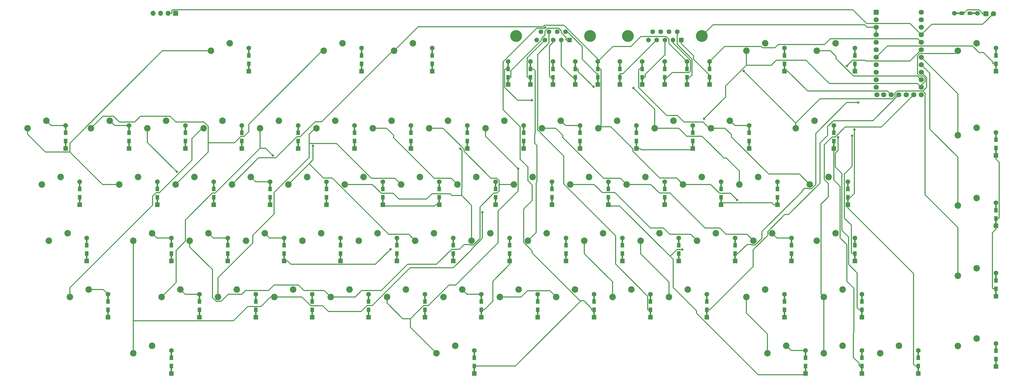
<source format=gbr>
G04 #@! TF.GenerationSoftware,KiCad,Pcbnew,6.0.9-8da3e8f707~117~ubuntu22.04.1*
G04 #@! TF.CreationDate,2022-12-17T12:05:47-05:00*
G04 #@! TF.ProjectId,atari-keyboard,61746172-692d-46b6-9579-626f6172642e,rev?*
G04 #@! TF.SameCoordinates,Original*
G04 #@! TF.FileFunction,Copper,L2,Bot*
G04 #@! TF.FilePolarity,Positive*
%FSLAX46Y46*%
G04 Gerber Fmt 4.6, Leading zero omitted, Abs format (unit mm)*
G04 Created by KiCad (PCBNEW 6.0.9-8da3e8f707~117~ubuntu22.04.1) date 2022-12-17 12:05:47*
%MOMM*%
%LPD*%
G01*
G04 APERTURE LIST*
G04 #@! TA.AperFunction,ComponentPad*
%ADD10R,1.600000X1.600000*%
G04 #@! TD*
G04 #@! TA.AperFunction,SMDPad,CuDef*
%ADD11R,0.500000X2.900000*%
G04 #@! TD*
G04 #@! TA.AperFunction,SMDPad,CuDef*
%ADD12R,1.200000X1.600000*%
G04 #@! TD*
G04 #@! TA.AperFunction,ComponentPad*
%ADD13C,1.600000*%
G04 #@! TD*
G04 #@! TA.AperFunction,ComponentPad*
%ADD14C,2.200000*%
G04 #@! TD*
G04 #@! TA.AperFunction,ComponentPad*
%ADD15R,1.700000X1.700000*%
G04 #@! TD*
G04 #@! TA.AperFunction,ComponentPad*
%ADD16O,1.700000X1.700000*%
G04 #@! TD*
G04 #@! TA.AperFunction,ComponentPad*
%ADD17C,4.000000*%
G04 #@! TD*
G04 #@! TA.AperFunction,ComponentPad*
%ADD18R,1.800000X1.800000*%
G04 #@! TD*
G04 #@! TA.AperFunction,ComponentPad*
%ADD19C,1.800000*%
G04 #@! TD*
G04 #@! TA.AperFunction,ComponentPad*
%ADD20R,1.752600X1.752600*%
G04 #@! TD*
G04 #@! TA.AperFunction,ComponentPad*
%ADD21C,1.752600*%
G04 #@! TD*
G04 #@! TA.AperFunction,SMDPad,CuDef*
%ADD22R,2.900000X0.500000*%
G04 #@! TD*
G04 #@! TA.AperFunction,SMDPad,CuDef*
%ADD23R,1.500000X1.200000*%
G04 #@! TD*
G04 #@! TA.AperFunction,ViaPad*
%ADD24C,0.800000*%
G04 #@! TD*
G04 #@! TA.AperFunction,Conductor*
%ADD25C,0.304800*%
G04 #@! TD*
G04 APERTURE END LIST*
D10*
X172275000Y-272895000D03*
D11*
X172275000Y-271495000D03*
D12*
X172275000Y-270395000D03*
D13*
X172275000Y-265095000D03*
D12*
X172275000Y-267595000D03*
D11*
X172275000Y-266495000D03*
X110362500Y-214345000D03*
D10*
X110362500Y-215745000D03*
D12*
X110362500Y-213245000D03*
X110362500Y-210445000D03*
D11*
X110362500Y-209345000D03*
D13*
X110362500Y-207945000D03*
D10*
X219900000Y-253845000D03*
D12*
X219900000Y-251345000D03*
D11*
X219900000Y-252445000D03*
D13*
X219900000Y-246045000D03*
D12*
X219900000Y-248545000D03*
D11*
X219900000Y-247445000D03*
D14*
X330081300Y-244425000D03*
X323731300Y-246965000D03*
D10*
X281812500Y-215745000D03*
D12*
X281812500Y-213245000D03*
D11*
X281812500Y-214345000D03*
D12*
X281812500Y-210445000D03*
D13*
X281812500Y-207945000D03*
D11*
X281812500Y-209345000D03*
X105600000Y-290545000D03*
D10*
X105600000Y-291945000D03*
D12*
X105600000Y-289445000D03*
D11*
X105600000Y-285545000D03*
D13*
X105600000Y-284145000D03*
D12*
X105600000Y-286645000D03*
D14*
X332462500Y-263475000D03*
X326112500Y-266015000D03*
D10*
X272287500Y-234795000D03*
D12*
X272287500Y-232295000D03*
D11*
X272287500Y-233395000D03*
X272287500Y-228395000D03*
D12*
X272287500Y-229495000D03*
D13*
X272287500Y-226995000D03*
D11*
X338962500Y-271495000D03*
D12*
X338962500Y-270395000D03*
D10*
X338962500Y-272895000D03*
D11*
X338962500Y-266495000D03*
D12*
X338962500Y-267595000D03*
D13*
X338962500Y-265095000D03*
D12*
X384206300Y-263251200D03*
D11*
X384206300Y-264351200D03*
D10*
X384206300Y-265751200D03*
D12*
X384206300Y-260451200D03*
D13*
X384206300Y-257951200D03*
D11*
X384206300Y-259351200D03*
D14*
X118150000Y-244425000D03*
X111800000Y-246965000D03*
X246737500Y-225375000D03*
X240387500Y-227915000D03*
D11*
X224662500Y-214345000D03*
D12*
X224662500Y-213245000D03*
D10*
X224662500Y-215745000D03*
D11*
X224662500Y-209345000D03*
D12*
X224662500Y-210445000D03*
D13*
X224662500Y-207945000D03*
D11*
X177037500Y-233395000D03*
D10*
X177037500Y-234795000D03*
D12*
X177037500Y-232295000D03*
D13*
X177037500Y-226995000D03*
D11*
X177037500Y-228395000D03*
D12*
X177037500Y-229495000D03*
D15*
X107076000Y-169946000D03*
D16*
X104536000Y-169946000D03*
X101996000Y-169946000D03*
X99456000Y-169946000D03*
D12*
X243712500Y-213245000D03*
D11*
X243712500Y-214345000D03*
D10*
X243712500Y-215745000D03*
D13*
X243712500Y-207945000D03*
D11*
X243712500Y-209345000D03*
D12*
X243712500Y-210445000D03*
D14*
X156250000Y-244425000D03*
X149900000Y-246965000D03*
X137200000Y-244425000D03*
X130850000Y-246965000D03*
X194350000Y-244425000D03*
X188000000Y-246965000D03*
D10*
X384206300Y-189551200D03*
D12*
X384206300Y-187051200D03*
D11*
X384206300Y-188151200D03*
D12*
X384206300Y-184251200D03*
D11*
X384206300Y-183151200D03*
D13*
X384206300Y-181751200D03*
D12*
X234187500Y-232295000D03*
D10*
X234187500Y-234795000D03*
D11*
X234187500Y-233395000D03*
D12*
X234187500Y-229495000D03*
D13*
X234187500Y-226995000D03*
D11*
X234187500Y-228395000D03*
D14*
X377706300Y-280143700D03*
X371356300Y-282683700D03*
X165775000Y-263475000D03*
X159425000Y-266015000D03*
X201493800Y-282525000D03*
X195143800Y-285065000D03*
D12*
X300862500Y-213245000D03*
D10*
X300862500Y-215745000D03*
D11*
X300862500Y-214345000D03*
D12*
X300862500Y-210445000D03*
D13*
X300862500Y-207945000D03*
D11*
X300862500Y-209345000D03*
D12*
X384206300Y-239438700D03*
D10*
X384206300Y-241938700D03*
D11*
X384206300Y-240538700D03*
X384206300Y-235538700D03*
D12*
X384206300Y-236638700D03*
D13*
X384206300Y-234138700D03*
D10*
X138937500Y-234795000D03*
D12*
X138937500Y-232295000D03*
D11*
X138937500Y-233395000D03*
D12*
X138937500Y-229495000D03*
D13*
X138937500Y-226995000D03*
D11*
X138937500Y-228395000D03*
D17*
X259866000Y-177616300D03*
X284866000Y-177616300D03*
D10*
X277906000Y-179036300D03*
D13*
X275136000Y-179036300D03*
X272366000Y-179036300D03*
X269596000Y-179036300D03*
X266826000Y-179036300D03*
X276521000Y-176196300D03*
X273751000Y-176196300D03*
X270981000Y-176196300D03*
X268211000Y-176196300D03*
D11*
X91312500Y-214345000D03*
D12*
X91312500Y-213245000D03*
D10*
X91312500Y-215745000D03*
D11*
X91312500Y-209345000D03*
D12*
X91312500Y-210445000D03*
D13*
X91312500Y-207945000D03*
D11*
X207993800Y-290545000D03*
D10*
X207993800Y-291945000D03*
D12*
X207993800Y-289445000D03*
X207993800Y-286645000D03*
D13*
X207993800Y-284145000D03*
D11*
X207993800Y-285545000D03*
X312768800Y-188151200D03*
D12*
X312768800Y-187051200D03*
D10*
X312768800Y-189551200D03*
D11*
X312768800Y-183151200D03*
D13*
X312768800Y-181751200D03*
D12*
X312768800Y-184251200D03*
D10*
X148462500Y-215745000D03*
D11*
X148462500Y-214345000D03*
D12*
X148462500Y-213245000D03*
D11*
X148462500Y-209345000D03*
D13*
X148462500Y-207945000D03*
D12*
X148462500Y-210445000D03*
D14*
X275312500Y-206325000D03*
X268962500Y-208865000D03*
D10*
X329437500Y-215745000D03*
D12*
X329437500Y-213245000D03*
D11*
X329437500Y-214345000D03*
D12*
X329437500Y-210445000D03*
D11*
X329437500Y-209345000D03*
D13*
X329437500Y-207945000D03*
D10*
X200850000Y-253845000D03*
D12*
X200850000Y-251345000D03*
D11*
X200850000Y-252445000D03*
D13*
X200850000Y-246045000D03*
D12*
X200850000Y-248545000D03*
D11*
X200850000Y-247445000D03*
D14*
X330081300Y-180131200D03*
X323731300Y-182671200D03*
D12*
X296100000Y-251345000D03*
D11*
X296100000Y-252445000D03*
D10*
X296100000Y-253845000D03*
D12*
X296100000Y-248545000D03*
D11*
X296100000Y-247445000D03*
D13*
X296100000Y-246045000D03*
D14*
X261025000Y-263475000D03*
X254675000Y-266015000D03*
D10*
X100837500Y-234795000D03*
D12*
X100837500Y-232295000D03*
D11*
X100837500Y-233395000D03*
D13*
X100837500Y-226995000D03*
D11*
X100837500Y-228395000D03*
D12*
X100837500Y-229495000D03*
D14*
X170537500Y-225375000D03*
X164187500Y-227915000D03*
X151487500Y-225375000D03*
X145137500Y-227915000D03*
D10*
X242103000Y-194116000D03*
D12*
X242103000Y-191616000D03*
D11*
X242103000Y-192716000D03*
D13*
X242103000Y-186316000D03*
D11*
X242103000Y-187716000D03*
D12*
X242103000Y-188816000D03*
D10*
X196087500Y-234795000D03*
D11*
X196087500Y-233395000D03*
D12*
X196087500Y-232295000D03*
D11*
X196087500Y-228395000D03*
D13*
X196087500Y-226995000D03*
D12*
X196087500Y-229495000D03*
D10*
X181800000Y-253845000D03*
D11*
X181800000Y-252445000D03*
D12*
X181800000Y-251345000D03*
D13*
X181800000Y-246045000D03*
D11*
X181800000Y-247445000D03*
D12*
X181800000Y-248545000D03*
D14*
X141962500Y-206325000D03*
X135612500Y-208865000D03*
D12*
X134175000Y-270395000D03*
D11*
X134175000Y-271495000D03*
D10*
X134175000Y-272895000D03*
D11*
X134175000Y-266495000D03*
D12*
X134175000Y-267595000D03*
D13*
X134175000Y-265095000D03*
D14*
X284837500Y-225375000D03*
X278487500Y-227915000D03*
X161012500Y-206325000D03*
X154662500Y-208865000D03*
X132437500Y-225375000D03*
X126087500Y-227915000D03*
D10*
X287432000Y-194116000D03*
D11*
X287432000Y-192716000D03*
D12*
X287432000Y-191616000D03*
X287432000Y-188816000D03*
D11*
X287432000Y-187716000D03*
D13*
X287432000Y-186316000D03*
D11*
X277050000Y-252445000D03*
D10*
X277050000Y-253845000D03*
D12*
X277050000Y-251345000D03*
X277050000Y-248545000D03*
D11*
X277050000Y-247445000D03*
D13*
X277050000Y-246045000D03*
D10*
X105600000Y-253845000D03*
D11*
X105600000Y-252445000D03*
D12*
X105600000Y-251345000D03*
X105600000Y-248545000D03*
D11*
X105600000Y-247445000D03*
D13*
X105600000Y-246045000D03*
D14*
X68143800Y-225375000D03*
X61793800Y-227915000D03*
X232450000Y-244425000D03*
X226100000Y-246965000D03*
X218162500Y-206325000D03*
X211812500Y-208865000D03*
D12*
X315150000Y-251345000D03*
D10*
X315150000Y-253845000D03*
D11*
X315150000Y-252445000D03*
X315150000Y-247445000D03*
D13*
X315150000Y-246045000D03*
D12*
X315150000Y-248545000D03*
D14*
X103862500Y-206325000D03*
X97512500Y-208865000D03*
X377706300Y-180131200D03*
X371356300Y-182671200D03*
X222925000Y-263475000D03*
X216575000Y-266015000D03*
X377706300Y-232518700D03*
X371356300Y-235058700D03*
X122912500Y-206325000D03*
X116562500Y-208865000D03*
X237212500Y-206325000D03*
X230862500Y-208865000D03*
D11*
X229425000Y-271495000D03*
D12*
X229425000Y-270395000D03*
D10*
X229425000Y-272895000D03*
D11*
X229425000Y-266495000D03*
D13*
X229425000Y-265095000D03*
D12*
X229425000Y-267595000D03*
D14*
X377706300Y-256331200D03*
X371356300Y-258871200D03*
D18*
X380841000Y-170086000D03*
D19*
X383381000Y-170086000D03*
D14*
X294362500Y-206325000D03*
X288012500Y-208865000D03*
D10*
X334200000Y-234795000D03*
D11*
X334200000Y-233395000D03*
D12*
X334200000Y-232295000D03*
D11*
X334200000Y-228395000D03*
D12*
X334200000Y-229495000D03*
D13*
X334200000Y-226995000D03*
D10*
X219396000Y-194116000D03*
D11*
X219396000Y-192716000D03*
D12*
X219396000Y-191616000D03*
X219396000Y-188816000D03*
D13*
X219396000Y-186316000D03*
D11*
X219396000Y-187716000D03*
D12*
X384206300Y-215626200D03*
D11*
X384206300Y-216726200D03*
D10*
X384206300Y-218126200D03*
D12*
X384206300Y-212826200D03*
D11*
X384206300Y-211726200D03*
D13*
X384206300Y-210326200D03*
D10*
X74643800Y-234795000D03*
D11*
X74643800Y-233395000D03*
D12*
X74643800Y-232295000D03*
X74643800Y-229495000D03*
D13*
X74643800Y-226995000D03*
D11*
X74643800Y-228395000D03*
D14*
X175300000Y-244425000D03*
X168950000Y-246965000D03*
D10*
X205612500Y-215745000D03*
D12*
X205612500Y-213245000D03*
D11*
X205612500Y-214345000D03*
D13*
X205612500Y-207945000D03*
D11*
X205612500Y-209345000D03*
D12*
X205612500Y-210445000D03*
D14*
X303887500Y-225375000D03*
X297537500Y-227915000D03*
D17*
X247106000Y-177616300D03*
X222106000Y-177616300D03*
D10*
X240146000Y-179036300D03*
D13*
X237376000Y-179036300D03*
X234606000Y-179036300D03*
X231836000Y-179036300D03*
X229066000Y-179036300D03*
X238761000Y-176196300D03*
X235991000Y-176196300D03*
X233221000Y-176196300D03*
X230451000Y-176196300D03*
D14*
X289600000Y-244425000D03*
X283250000Y-246965000D03*
D11*
X249672000Y-192716000D03*
D12*
X249672000Y-191616000D03*
D10*
X249672000Y-194116000D03*
D13*
X249672000Y-186316000D03*
D11*
X249672000Y-187716000D03*
D12*
X249672000Y-188816000D03*
D10*
X193706300Y-189551200D03*
D12*
X193706300Y-187051200D03*
D11*
X193706300Y-188151200D03*
X193706300Y-183151200D03*
D12*
X193706300Y-184251200D03*
D13*
X193706300Y-181751200D03*
D14*
X84812500Y-206325000D03*
X78462500Y-208865000D03*
X227687500Y-225375000D03*
X221337500Y-227915000D03*
X187206300Y-180131200D03*
X180856300Y-182671200D03*
X180062500Y-206325000D03*
X173712500Y-208865000D03*
X322937500Y-206325000D03*
X316587500Y-208865000D03*
X146725000Y-263475000D03*
X140375000Y-266015000D03*
D20*
X343786000Y-169636000D03*
D21*
X343786000Y-172176000D03*
X343786000Y-174716000D03*
X343786000Y-177256000D03*
X343786000Y-179796000D03*
X343786000Y-182336000D03*
X343786000Y-184876000D03*
X343786000Y-187416000D03*
X343786000Y-189956000D03*
X343786000Y-192496000D03*
X343786000Y-195036000D03*
X344014600Y-197576000D03*
X359026000Y-197576000D03*
X359026000Y-195036000D03*
X359026000Y-192496000D03*
X359026000Y-189956000D03*
X359026000Y-187416000D03*
X359026000Y-184876000D03*
X359026000Y-182336000D03*
X359026000Y-179796000D03*
X359026000Y-177256000D03*
X359026000Y-174716000D03*
X359026000Y-172176000D03*
X359026000Y-169636000D03*
X346326000Y-197576000D03*
X348866000Y-197576000D03*
X351406000Y-197576000D03*
X353946000Y-197576000D03*
X356486000Y-197576000D03*
D10*
X272294000Y-194116000D03*
D11*
X272294000Y-192716000D03*
D12*
X272294000Y-191616000D03*
D13*
X272294000Y-186316000D03*
D11*
X272294000Y-187716000D03*
D12*
X272294000Y-188816000D03*
D14*
X280075000Y-263475000D03*
X273725000Y-266015000D03*
D10*
X279863000Y-194116000D03*
D11*
X279863000Y-192716000D03*
D12*
X279863000Y-191616000D03*
D11*
X279863000Y-187716000D03*
D13*
X279863000Y-186316000D03*
D12*
X279863000Y-188816000D03*
D14*
X241975000Y-263475000D03*
X235625000Y-266015000D03*
X94337500Y-225375000D03*
X87987500Y-227915000D03*
X125293800Y-180131200D03*
X118943800Y-182671200D03*
D12*
X115125000Y-270395000D03*
D11*
X115125000Y-271495000D03*
D10*
X115125000Y-272895000D03*
D11*
X115125000Y-266495000D03*
D13*
X115125000Y-265095000D03*
D12*
X115125000Y-267595000D03*
D14*
X163393800Y-180131200D03*
X157043800Y-182671200D03*
D12*
X129412500Y-213245000D03*
D11*
X129412500Y-214345000D03*
D10*
X129412500Y-215745000D03*
D11*
X129412500Y-209345000D03*
D13*
X129412500Y-207945000D03*
D12*
X129412500Y-210445000D03*
D10*
X248475000Y-272895000D03*
D11*
X248475000Y-271495000D03*
D12*
X248475000Y-270395000D03*
D11*
X248475000Y-266495000D03*
D13*
X248475000Y-265095000D03*
D12*
X248475000Y-267595000D03*
D11*
X162750000Y-252445000D03*
D12*
X162750000Y-251345000D03*
D10*
X162750000Y-253845000D03*
D12*
X162750000Y-248545000D03*
D13*
X162750000Y-246045000D03*
D11*
X162750000Y-247445000D03*
D14*
X308650000Y-244425000D03*
X302300000Y-246965000D03*
X377706300Y-208706200D03*
X371356300Y-211246200D03*
X184825000Y-263475000D03*
X178475000Y-266015000D03*
D11*
X286575000Y-271495000D03*
D10*
X286575000Y-272895000D03*
D12*
X286575000Y-270395000D03*
X286575000Y-267595000D03*
D13*
X286575000Y-265095000D03*
D11*
X286575000Y-266495000D03*
X234534000Y-192716000D03*
D12*
X234534000Y-191616000D03*
D10*
X234534000Y-194116000D03*
D11*
X234534000Y-187716000D03*
D13*
X234534000Y-186316000D03*
D12*
X234534000Y-188816000D03*
D14*
X256262500Y-206325000D03*
X249912500Y-208865000D03*
D11*
X258000000Y-252445000D03*
D10*
X258000000Y-253845000D03*
D12*
X258000000Y-251345000D03*
D13*
X258000000Y-246045000D03*
D11*
X258000000Y-247445000D03*
D12*
X258000000Y-248545000D03*
D14*
X270550000Y-244425000D03*
X264200000Y-246965000D03*
D10*
X319912500Y-291945000D03*
D11*
X319912500Y-290545000D03*
D12*
X319912500Y-289445000D03*
D13*
X319912500Y-284145000D03*
D12*
X319912500Y-286645000D03*
D11*
X319912500Y-285545000D03*
D14*
X189587500Y-225375000D03*
X183237500Y-227915000D03*
X70525000Y-244425000D03*
X64175000Y-246965000D03*
D10*
X191325000Y-272895000D03*
D11*
X191325000Y-271495000D03*
D12*
X191325000Y-270395000D03*
X191325000Y-267595000D03*
D13*
X191325000Y-265095000D03*
D11*
X191325000Y-266495000D03*
X210375000Y-271495000D03*
D10*
X210375000Y-272895000D03*
D12*
X210375000Y-270395000D03*
D11*
X210375000Y-266495000D03*
D13*
X210375000Y-265095000D03*
D12*
X210375000Y-267595000D03*
D14*
X213400000Y-244425000D03*
X207050000Y-246965000D03*
D11*
X169893800Y-188151200D03*
D10*
X169893800Y-189551200D03*
D12*
X169893800Y-187051200D03*
X169893800Y-184251200D03*
D13*
X169893800Y-181751200D03*
D11*
X169893800Y-183151200D03*
D14*
X108625000Y-263475000D03*
X102275000Y-266015000D03*
X99100000Y-282525000D03*
X92750000Y-285065000D03*
D11*
X186562500Y-214345000D03*
D10*
X186562500Y-215745000D03*
D12*
X186562500Y-213245000D03*
D11*
X186562500Y-209345000D03*
D13*
X186562500Y-207945000D03*
D12*
X186562500Y-210445000D03*
D14*
X332462500Y-282525000D03*
X326112500Y-285065000D03*
D11*
X77025000Y-252445000D03*
D12*
X77025000Y-251345000D03*
D10*
X77025000Y-253845000D03*
D11*
X77025000Y-247445000D03*
D13*
X77025000Y-246045000D03*
D12*
X77025000Y-248545000D03*
D11*
X336581300Y-252445000D03*
D12*
X336581300Y-251345000D03*
D10*
X336581300Y-253845000D03*
D13*
X336581300Y-246045000D03*
D12*
X336581300Y-248545000D03*
D11*
X336581300Y-247445000D03*
D12*
X226965000Y-191616000D03*
D11*
X226965000Y-192716000D03*
D10*
X226965000Y-194116000D03*
D11*
X226965000Y-187716000D03*
D13*
X226965000Y-186316000D03*
D12*
X226965000Y-188816000D03*
X238950000Y-251345000D03*
D10*
X238950000Y-253845000D03*
D11*
X238950000Y-252445000D03*
X238950000Y-247445000D03*
D13*
X238950000Y-246045000D03*
D12*
X238950000Y-248545000D03*
X312768800Y-270395000D03*
D10*
X312768800Y-272895000D03*
D11*
X312768800Y-271495000D03*
X312768800Y-266495000D03*
D13*
X312768800Y-265095000D03*
D12*
X312768800Y-267595000D03*
D10*
X267525000Y-272895000D03*
D11*
X267525000Y-271495000D03*
D12*
X267525000Y-270395000D03*
X267525000Y-267595000D03*
D11*
X267525000Y-266495000D03*
D13*
X267525000Y-265095000D03*
X378016000Y-169946000D03*
D22*
X376616000Y-169946000D03*
D23*
X375466000Y-169946000D03*
D22*
X371616000Y-169946000D03*
D23*
X372766000Y-169946000D03*
D13*
X370216000Y-169946000D03*
D14*
X351512500Y-282525000D03*
X345162500Y-285065000D03*
X265787500Y-225375000D03*
X259437500Y-227915000D03*
X313412500Y-282525000D03*
X307062500Y-285065000D03*
D11*
X124650000Y-252445000D03*
D12*
X124650000Y-251345000D03*
D10*
X124650000Y-253845000D03*
D12*
X124650000Y-248545000D03*
D11*
X124650000Y-247445000D03*
D13*
X124650000Y-246045000D03*
D12*
X358012500Y-289445000D03*
D11*
X358012500Y-290545000D03*
D10*
X358012500Y-291945000D03*
D12*
X358012500Y-286645000D03*
D13*
X358012500Y-284145000D03*
D11*
X358012500Y-285545000D03*
D14*
X203875000Y-263475000D03*
X197525000Y-266015000D03*
D11*
X310387500Y-233395000D03*
D10*
X310387500Y-234795000D03*
D12*
X310387500Y-232295000D03*
D13*
X310387500Y-226995000D03*
D11*
X310387500Y-228395000D03*
D12*
X310387500Y-229495000D03*
D14*
X327700000Y-225375000D03*
X321350000Y-227915000D03*
X251500000Y-244425000D03*
X245150000Y-246965000D03*
X63381300Y-206325000D03*
X57031300Y-208865000D03*
X113387500Y-225375000D03*
X107037500Y-227915000D03*
D12*
X119887500Y-232295000D03*
D10*
X119887500Y-234795000D03*
D11*
X119887500Y-233395000D03*
X119887500Y-228395000D03*
D12*
X119887500Y-229495000D03*
D13*
X119887500Y-226995000D03*
D14*
X199112500Y-206325000D03*
X192762500Y-208865000D03*
D10*
X253237500Y-234795000D03*
D11*
X253237500Y-233395000D03*
D12*
X253237500Y-232295000D03*
D11*
X253237500Y-228395000D03*
D12*
X253237500Y-229495000D03*
D13*
X253237500Y-226995000D03*
D11*
X257156000Y-192716000D03*
D10*
X257156000Y-194116000D03*
D12*
X257156000Y-191616000D03*
D11*
X257156000Y-187716000D03*
D12*
X257156000Y-188816000D03*
D13*
X257156000Y-186316000D03*
D14*
X99100000Y-244425000D03*
X92750000Y-246965000D03*
X127675000Y-263475000D03*
X121325000Y-266015000D03*
D12*
X262762500Y-213245000D03*
D11*
X262762500Y-214345000D03*
D10*
X262762500Y-215745000D03*
D13*
X262762500Y-207945000D03*
D11*
X262762500Y-209345000D03*
D12*
X262762500Y-210445000D03*
D14*
X208637500Y-225375000D03*
X202287500Y-227915000D03*
X306268800Y-180131200D03*
X299918800Y-182671200D03*
D12*
X84168800Y-270395000D03*
D11*
X84168800Y-271495000D03*
D10*
X84168800Y-272895000D03*
D11*
X84168800Y-266495000D03*
D13*
X84168800Y-265095000D03*
D12*
X84168800Y-267595000D03*
D10*
X336581300Y-189551200D03*
D11*
X336581300Y-188151200D03*
D12*
X336581300Y-187051200D03*
D13*
X336581300Y-181751200D03*
D11*
X336581300Y-183151200D03*
D12*
X336581300Y-184251200D03*
D11*
X157987500Y-233395000D03*
D12*
X157987500Y-232295000D03*
D10*
X157987500Y-234795000D03*
D11*
X157987500Y-228395000D03*
D12*
X157987500Y-229495000D03*
D13*
X157987500Y-226995000D03*
D10*
X384206300Y-289563700D03*
D11*
X384206300Y-288163700D03*
D12*
X384206300Y-287063700D03*
D11*
X384206300Y-283163700D03*
D13*
X384206300Y-281763700D03*
D12*
X384206300Y-284263700D03*
X143700000Y-251345000D03*
D10*
X143700000Y-253845000D03*
D11*
X143700000Y-252445000D03*
D13*
X143700000Y-246045000D03*
D12*
X143700000Y-248545000D03*
D11*
X143700000Y-247445000D03*
D12*
X69881300Y-213245000D03*
D10*
X69881300Y-215745000D03*
D11*
X69881300Y-214345000D03*
D13*
X69881300Y-207945000D03*
D11*
X69881300Y-209345000D03*
D12*
X69881300Y-210445000D03*
X215137500Y-232295000D03*
D10*
X215137500Y-234795000D03*
D11*
X215137500Y-233395000D03*
D12*
X215137500Y-229495000D03*
D13*
X215137500Y-226995000D03*
D11*
X215137500Y-228395000D03*
D12*
X131793800Y-187051200D03*
D10*
X131793800Y-189551200D03*
D11*
X131793800Y-188151200D03*
D13*
X131793800Y-181751200D03*
D12*
X131793800Y-184251200D03*
D11*
X131793800Y-183151200D03*
D12*
X264725000Y-191616000D03*
D10*
X264725000Y-194116000D03*
D11*
X264725000Y-192716000D03*
D12*
X264725000Y-188816000D03*
D11*
X264725000Y-187716000D03*
D13*
X264725000Y-186316000D03*
D12*
X291337500Y-232295000D03*
D11*
X291337500Y-233395000D03*
D10*
X291337500Y-234795000D03*
D13*
X291337500Y-226995000D03*
D12*
X291337500Y-229495000D03*
D11*
X291337500Y-228395000D03*
X338962500Y-290545000D03*
D12*
X338962500Y-289445000D03*
D10*
X338962500Y-291945000D03*
D13*
X338962500Y-284145000D03*
D12*
X338962500Y-286645000D03*
D11*
X338962500Y-285545000D03*
D14*
X306268800Y-263475000D03*
X299918800Y-266015000D03*
D10*
X167512500Y-215745000D03*
D11*
X167512500Y-214345000D03*
D12*
X167512500Y-213245000D03*
D11*
X167512500Y-209345000D03*
D13*
X167512500Y-207945000D03*
D12*
X167512500Y-210445000D03*
D14*
X77668800Y-263475000D03*
X71318800Y-266015000D03*
D11*
X153225000Y-271495000D03*
D10*
X153225000Y-272895000D03*
D12*
X153225000Y-270395000D03*
D11*
X153225000Y-266495000D03*
D13*
X153225000Y-265095000D03*
D12*
X153225000Y-267595000D03*
D24*
X335652000Y-211443700D03*
X337687600Y-200196900D03*
X227472200Y-199403700D03*
X107428700Y-223668700D03*
X333835500Y-187790800D03*
X296809200Y-233207600D03*
X248247500Y-194864300D03*
X261749100Y-195268700D03*
X153458700Y-214787400D03*
X203249500Y-215828300D03*
X139870400Y-218125600D03*
X299017100Y-189544000D03*
X210687000Y-237326100D03*
X285583600Y-205639800D03*
X222790400Y-222595000D03*
X231942200Y-174751000D03*
X179676500Y-249878300D03*
X336429700Y-209302000D03*
X278230500Y-249945000D03*
X330928800Y-211954000D03*
D25*
X131793800Y-184251200D02*
X131793800Y-183151200D01*
X131793800Y-183151200D02*
X131793800Y-181751200D01*
X286575000Y-266495000D02*
X286575000Y-267595000D01*
X286575000Y-265095000D02*
X286575000Y-266495000D01*
X267525000Y-265095000D02*
X267525000Y-266495000D01*
X267525000Y-266495000D02*
X267525000Y-267595000D01*
X248475000Y-267595000D02*
X248475000Y-266495000D01*
X248475000Y-265095000D02*
X248475000Y-266495000D01*
X207993800Y-285545000D02*
X207993800Y-286645000D01*
X207993800Y-284145000D02*
X207993800Y-285545000D01*
X312768800Y-184251200D02*
X312768800Y-183151200D01*
X312768800Y-181751200D02*
X312768800Y-183151200D01*
X105600000Y-286645000D02*
X105600000Y-285545000D01*
X105600000Y-284145000D02*
X105600000Y-285545000D01*
X229425000Y-267595000D02*
X229425000Y-266495000D01*
X229425000Y-265095000D02*
X229425000Y-266495000D01*
X191325000Y-266495000D02*
X191325000Y-267595000D01*
X191325000Y-265095000D02*
X191325000Y-266495000D01*
X172275000Y-267595000D02*
X172275000Y-266495000D01*
X172275000Y-266495000D02*
X172275000Y-265095000D01*
X153225000Y-267595000D02*
X153225000Y-266495000D01*
X153225000Y-265095000D02*
X153225000Y-266495000D01*
X134175000Y-265095000D02*
X134175000Y-266495000D01*
X134175000Y-267595000D02*
X134175000Y-266495000D01*
X115125000Y-267595000D02*
X115125000Y-266495000D01*
X115125000Y-265095000D02*
X115125000Y-266495000D01*
X110245000Y-265095000D02*
X115125000Y-265095000D01*
X108625000Y-263475000D02*
X110245000Y-265095000D01*
X84168800Y-267595000D02*
X84168800Y-266495000D01*
X82548800Y-263475000D02*
X84168800Y-265095000D01*
X77668800Y-263475000D02*
X82548800Y-263475000D01*
X84168800Y-265095000D02*
X84168800Y-266495000D01*
X336581300Y-248545000D02*
X336581300Y-247445000D01*
X336581300Y-247445000D02*
X336581300Y-246045000D01*
X315150000Y-248545000D02*
X315150000Y-247445000D01*
X315150000Y-246045000D02*
X315150000Y-247445000D01*
X310270000Y-246045000D02*
X315150000Y-246045000D01*
X308650000Y-244425000D02*
X310270000Y-246045000D01*
X210375000Y-267595000D02*
X210375000Y-266495000D01*
X210375000Y-266495000D02*
X210375000Y-265095000D01*
X205495000Y-265095000D02*
X210375000Y-265095000D01*
X203875000Y-263475000D02*
X205495000Y-265095000D01*
X296100000Y-246045000D02*
X296100000Y-247445000D01*
X296100000Y-247445000D02*
X296100000Y-248545000D01*
X277050000Y-246045000D02*
X277050000Y-247445000D01*
X277050000Y-247445000D02*
X277050000Y-248545000D01*
X258000000Y-248545000D02*
X258000000Y-247445000D01*
X258000000Y-247445000D02*
X258000000Y-246045000D01*
X238950000Y-248545000D02*
X238950000Y-247445000D01*
X238950000Y-246045000D02*
X238950000Y-247445000D01*
X219900000Y-248545000D02*
X219900000Y-247445000D01*
X219900000Y-247445000D02*
X219900000Y-246045000D01*
X200850000Y-248545000D02*
X200850000Y-247445000D01*
X200850000Y-247445000D02*
X200850000Y-246045000D01*
X181800000Y-248545000D02*
X181800000Y-247445000D01*
X181800000Y-247445000D02*
X181800000Y-246045000D01*
X162750000Y-247445000D02*
X162750000Y-248545000D01*
X162750000Y-246045000D02*
X162750000Y-247445000D01*
X358012500Y-285545000D02*
X358012500Y-286645000D01*
X358012500Y-284145000D02*
X358012500Y-285545000D01*
X143700000Y-248545000D02*
X143700000Y-247445000D01*
X143700000Y-247445000D02*
X143700000Y-246045000D01*
X138820000Y-246045000D02*
X137200000Y-244425000D01*
X143700000Y-246045000D02*
X138820000Y-246045000D01*
X124650000Y-247445000D02*
X124650000Y-248545000D01*
X124650000Y-246045000D02*
X124650000Y-247445000D01*
X119770000Y-246045000D02*
X118150000Y-244425000D01*
X124650000Y-246045000D02*
X119770000Y-246045000D01*
X105600000Y-246045000D02*
X105600000Y-247445000D01*
X105600000Y-247445000D02*
X105600000Y-248545000D01*
X100720000Y-246045000D02*
X105600000Y-246045000D01*
X99100000Y-244425000D02*
X100720000Y-246045000D01*
X77025000Y-248545000D02*
X77025000Y-247445000D01*
X77025000Y-246045000D02*
X77025000Y-247445000D01*
X334200000Y-226995000D02*
X334200000Y-228395000D01*
X334200000Y-229495000D02*
X334200000Y-228395000D01*
X310387500Y-229495000D02*
X310387500Y-228395000D01*
X310387500Y-228395000D02*
X310387500Y-226995000D01*
X291337500Y-229495000D02*
X291337500Y-228395000D01*
X291337500Y-228395000D02*
X291337500Y-226995000D01*
X272287500Y-226995000D02*
X272287500Y-228395000D01*
X272287500Y-229495000D02*
X272287500Y-228395000D01*
X319912500Y-286645000D02*
X319912500Y-285545000D01*
X319912500Y-285545000D02*
X319912500Y-284145000D01*
X315032500Y-284145000D02*
X319912500Y-284145000D01*
X313412500Y-282525000D02*
X315032500Y-284145000D01*
X253237500Y-226995000D02*
X253237500Y-228395000D01*
X253237500Y-229495000D02*
X253237500Y-228395000D01*
X234187500Y-228395000D02*
X234187500Y-229495000D01*
X234187500Y-226995000D02*
X234187500Y-228395000D01*
X215137500Y-228395000D02*
X215137500Y-229495000D01*
X215137500Y-226995000D02*
X215137500Y-228395000D01*
X196087500Y-229495000D02*
X196087500Y-228395000D01*
X196087500Y-226995000D02*
X196087500Y-228395000D01*
X177037500Y-229495000D02*
X177037500Y-228395000D01*
X177037500Y-228395000D02*
X177037500Y-226995000D01*
X157987500Y-226995000D02*
X157987500Y-228395000D01*
X157987500Y-229495000D02*
X157987500Y-228395000D01*
X138937500Y-228395000D02*
X138937500Y-229495000D01*
X138937500Y-228395000D02*
X138937500Y-226995000D01*
X134057500Y-226995000D02*
X138937500Y-226995000D01*
X132437500Y-225375000D02*
X134057500Y-226995000D01*
X119887500Y-226995000D02*
X119887500Y-228395000D01*
X119887500Y-229495000D02*
X119887500Y-228395000D01*
X338962500Y-286645000D02*
X338962500Y-285545000D01*
X338962500Y-285545000D02*
X338962500Y-284145000D01*
X100837500Y-229495000D02*
X100837500Y-228395000D01*
X100837500Y-228395000D02*
X100837500Y-226995000D01*
X74643800Y-228395000D02*
X74643800Y-229495000D01*
X74643800Y-226995000D02*
X74643800Y-228395000D01*
X336581300Y-184251200D02*
X336581300Y-183151200D01*
X336581300Y-183151200D02*
X336581300Y-181751200D01*
X329437500Y-207945000D02*
X329437500Y-209345000D01*
X329437500Y-209345000D02*
X329437500Y-210445000D01*
X300862500Y-209345000D02*
X300862500Y-210445000D01*
X300862500Y-209345000D02*
X300862500Y-207945000D01*
X295982500Y-207945000D02*
X300862500Y-207945000D01*
X294362500Y-206325000D02*
X295982500Y-207945000D01*
X281812500Y-209345000D02*
X281812500Y-210445000D01*
X281812500Y-207945000D02*
X281812500Y-209345000D01*
X262762500Y-210445000D02*
X262762500Y-209345000D01*
X262762500Y-209345000D02*
X262762500Y-207945000D01*
X243712500Y-210445000D02*
X243712500Y-209345000D01*
X243712500Y-209345000D02*
X243712500Y-207945000D01*
X238832500Y-207945000D02*
X243712500Y-207945000D01*
X237212500Y-206325000D02*
X238832500Y-207945000D01*
X338962500Y-265095000D02*
X338962500Y-266495000D01*
X338962500Y-267595000D02*
X338962500Y-266495000D01*
X224662500Y-207945000D02*
X224662500Y-209345000D01*
X224662500Y-210445000D02*
X224662500Y-209345000D01*
X205612500Y-210445000D02*
X205612500Y-209345000D01*
X205612500Y-209345000D02*
X205612500Y-207945000D01*
X186562500Y-210445000D02*
X186562500Y-209345000D01*
X186562500Y-207945000D02*
X186562500Y-209345000D01*
X167512500Y-210445000D02*
X167512500Y-209345000D01*
X167512500Y-207945000D02*
X167512500Y-209345000D01*
X148462500Y-210445000D02*
X148462500Y-209345000D01*
X148462500Y-207945000D02*
X148462500Y-209345000D01*
X129412500Y-210445000D02*
X129412500Y-209345000D01*
X129412500Y-207945000D02*
X129412500Y-209345000D01*
X110362500Y-209345000D02*
X110362500Y-210445000D01*
X110362500Y-209345000D02*
X110362500Y-207945000D01*
X91312500Y-209345000D02*
X91312500Y-207945000D01*
X91312500Y-210445000D02*
X91312500Y-209345000D01*
X86432500Y-207945000D02*
X91312500Y-207945000D01*
X84812500Y-206325000D02*
X86432500Y-207945000D01*
X312768800Y-267595000D02*
X312768800Y-266495000D01*
X312768800Y-265095000D02*
X312768800Y-266495000D01*
X69881300Y-210445000D02*
X69881300Y-209345000D01*
X69881300Y-209345000D02*
X69881300Y-207945000D01*
X65001300Y-207945000D02*
X63381300Y-206325000D01*
X69881300Y-207945000D02*
X65001300Y-207945000D01*
X384206300Y-181751200D02*
X384206300Y-183151200D01*
X384206300Y-183151200D02*
X384206300Y-184251200D01*
X384206300Y-284263700D02*
X384206300Y-283163700D01*
X384206300Y-281763700D02*
X384206300Y-283163700D01*
X384206300Y-259351200D02*
X384206300Y-260451200D01*
X384206300Y-257951200D02*
X384206300Y-259351200D01*
X384206300Y-234138700D02*
X384206300Y-235538700D01*
X384206300Y-236638700D02*
X384206300Y-235538700D01*
X384206300Y-210326200D02*
X384206300Y-211726200D01*
X384206300Y-211726200D02*
X384206300Y-212826200D01*
X193706300Y-181751200D02*
X193706300Y-183151200D01*
X193706300Y-184251200D02*
X193706300Y-183151200D01*
X169893800Y-183151200D02*
X169893800Y-184251200D01*
X169893800Y-181751200D02*
X169893800Y-183151200D01*
X153225000Y-270395000D02*
X153225000Y-271495000D01*
X153225000Y-272895000D02*
X153225000Y-271495000D01*
X84168800Y-272895000D02*
X84168800Y-271495000D01*
X84168800Y-271495000D02*
X84168800Y-270395000D01*
X336581300Y-253845000D02*
X336581300Y-252445000D01*
X191325000Y-270395000D02*
X191325000Y-271495000D01*
X191325000Y-271495000D02*
X191325000Y-272895000D01*
X115125000Y-272895000D02*
X115125000Y-271495000D01*
X115125000Y-271495000D02*
X115125000Y-270395000D01*
X229425000Y-272895000D02*
X229425000Y-271495000D01*
X229425000Y-270395000D02*
X229425000Y-271495000D01*
X315150000Y-252445000D02*
X315150000Y-251345000D01*
X315150000Y-253845000D02*
X315150000Y-252445000D01*
X134175000Y-272895000D02*
X134175000Y-271495000D01*
X134175000Y-271495000D02*
X134175000Y-270395000D01*
X172275000Y-272895000D02*
X172275000Y-271495000D01*
X172275000Y-270395000D02*
X172275000Y-271495000D01*
X336581300Y-251345000D02*
X336581300Y-252445000D01*
X336581300Y-251345000D02*
X335628600Y-251345000D01*
X335652000Y-221753200D02*
X335652000Y-211443700D01*
X333019000Y-224386200D02*
X335652000Y-221753200D01*
X333019000Y-239349500D02*
X333019000Y-224386200D01*
X335358800Y-241689300D02*
X333019000Y-239349500D01*
X335358800Y-251075200D02*
X335358800Y-241689300D01*
X335628600Y-251345000D02*
X335358800Y-251075200D01*
X238950000Y-252445000D02*
X238950000Y-251345000D01*
X238950000Y-253845000D02*
X238950000Y-252445000D01*
X210375000Y-272895000D02*
X210375000Y-271495000D01*
X210375000Y-270395000D02*
X210375000Y-271495000D01*
X214212800Y-260684900D02*
X219900000Y-254997700D01*
X214212800Y-267509900D02*
X214212800Y-260684900D01*
X211327700Y-270395000D02*
X214212800Y-267509900D01*
X210375000Y-270395000D02*
X211327700Y-270395000D01*
X258000000Y-251345000D02*
X258000000Y-252445000D01*
X258000000Y-253845000D02*
X258000000Y-252445000D01*
X162750000Y-253845000D02*
X162750000Y-252445000D01*
X162750000Y-251345000D02*
X162750000Y-252445000D01*
X277050000Y-251345000D02*
X277050000Y-252445000D01*
X277050000Y-253845000D02*
X277050000Y-252445000D01*
X181800000Y-251345000D02*
X181800000Y-252445000D01*
X296100000Y-253845000D02*
X296100000Y-252445000D01*
X200850000Y-253845000D02*
X200850000Y-252445000D01*
X200850000Y-252445000D02*
X200850000Y-251345000D01*
X219900000Y-254421300D02*
X219900000Y-254997700D01*
X219900000Y-254421300D02*
X219900000Y-253845000D01*
X219900000Y-253845000D02*
X219900000Y-252445000D01*
X219900000Y-252445000D02*
X219900000Y-251345000D01*
X181800000Y-253845000D02*
X181800000Y-252445000D01*
X296100000Y-252445000D02*
X296100000Y-251345000D01*
X296100000Y-251345000D02*
X297052700Y-251345000D01*
X333821900Y-200196900D02*
X337687600Y-200196900D01*
X323379800Y-210639000D02*
X333821900Y-200196900D01*
X323379800Y-227966000D02*
X323379800Y-210639000D01*
X321936600Y-229409200D02*
X323379800Y-227966000D01*
X320735300Y-229409200D02*
X321936600Y-229409200D01*
X320540000Y-229213900D02*
X320735300Y-229409200D01*
X319565100Y-229213900D02*
X320540000Y-229213900D01*
X318673000Y-230106000D02*
X319565100Y-229213900D01*
X318673000Y-230390700D02*
X318673000Y-230106000D01*
X305157600Y-243906100D02*
X318673000Y-230390700D01*
X305157600Y-246220000D02*
X305157600Y-243906100D01*
X302918400Y-248459200D02*
X305157600Y-246220000D01*
X301685300Y-248459200D02*
X302918400Y-248459200D01*
X301490000Y-248263900D02*
X301685300Y-248459200D01*
X300133800Y-248263900D02*
X301490000Y-248263900D01*
X297052700Y-251345000D02*
X300133800Y-248263900D01*
X375466000Y-169946000D02*
X376616000Y-169946000D01*
X376616000Y-169946000D02*
X378016000Y-169946000D01*
X343786000Y-177256000D02*
X343786000Y-174716000D01*
X340760200Y-174716000D02*
X343786000Y-174716000D01*
X339883800Y-173839600D02*
X340760200Y-174716000D01*
X288642700Y-173839600D02*
X339883800Y-173839600D01*
X284866000Y-177616300D02*
X288642700Y-173839600D01*
X104536000Y-169946000D02*
X105738700Y-169946000D01*
X105738700Y-169007400D02*
X105738700Y-169946000D01*
X106002900Y-168743200D02*
X105738700Y-169007400D01*
X335858800Y-168743200D02*
X106002900Y-168743200D01*
X340561700Y-173446100D02*
X335858800Y-168743200D01*
X355216100Y-173446100D02*
X340561700Y-173446100D01*
X359026000Y-177256000D02*
X355216100Y-173446100D01*
X379772900Y-173694100D02*
X383381000Y-170086000D01*
X362587900Y-173694100D02*
X379772900Y-173694100D01*
X359026000Y-177256000D02*
X362587900Y-173694100D01*
X287432000Y-192716000D02*
X287432000Y-194116000D01*
X277906000Y-179036300D02*
X277906000Y-180189000D01*
X282066100Y-184349100D02*
X277906000Y-180189000D01*
X282066100Y-185547400D02*
X282066100Y-184349100D01*
X287432000Y-190913300D02*
X282066100Y-185547400D01*
X287432000Y-192716000D02*
X287432000Y-191616000D01*
X287432000Y-191616000D02*
X287432000Y-190913300D01*
X131793800Y-188151200D02*
X131793800Y-187051200D01*
X131793800Y-189551200D02*
X131793800Y-188151200D01*
X267525000Y-271495000D02*
X267525000Y-272895000D01*
X286575000Y-272895000D02*
X286575000Y-271495000D01*
X267525000Y-270395000D02*
X267525000Y-271495000D01*
X266572300Y-265772600D02*
X266572300Y-270395000D01*
X255697400Y-254897700D02*
X266572300Y-265772600D01*
X255697400Y-245282400D02*
X255697400Y-254897700D01*
X238207600Y-227792600D02*
X255697400Y-245282400D01*
X238207600Y-218267500D02*
X238207600Y-227792600D01*
X229400600Y-209460500D02*
X238207600Y-218267500D01*
X229400600Y-183884600D02*
X229400600Y-209460500D01*
X233221000Y-180064200D02*
X229400600Y-183884600D01*
X233221000Y-176196300D02*
X233221000Y-180064200D01*
X267525000Y-270395000D02*
X266572300Y-270395000D01*
X286575000Y-271495000D02*
X286575000Y-270395000D01*
X286575000Y-270395000D02*
X287527700Y-270395000D01*
X302232800Y-255689900D02*
X287527700Y-270395000D01*
X302232800Y-250052600D02*
X302232800Y-255689900D01*
X307174400Y-245111000D02*
X302232800Y-250052600D01*
X307174400Y-243823800D02*
X307174400Y-245111000D01*
X312855000Y-238143200D02*
X307174400Y-243823800D01*
X314144400Y-238143200D02*
X312855000Y-238143200D01*
X324780100Y-227507500D02*
X314144400Y-238143200D01*
X324780100Y-213928800D02*
X324780100Y-227507500D01*
X327362400Y-211346500D02*
X324780100Y-213928800D01*
X327362400Y-208324100D02*
X327362400Y-211346500D01*
X329368800Y-206317700D02*
X327362400Y-208324100D01*
X342664300Y-206317700D02*
X329368800Y-206317700D01*
X351406000Y-197576000D02*
X342664300Y-206317700D01*
X307062500Y-278600500D02*
X307062500Y-285065000D01*
X299918800Y-271456800D02*
X307062500Y-278600500D01*
X299918800Y-266015000D02*
X299918800Y-271456800D01*
X223784800Y-266015000D02*
X216575000Y-266015000D01*
X225881400Y-263918400D02*
X223784800Y-266015000D01*
X233528400Y-263918400D02*
X225881400Y-263918400D01*
X235625000Y-266015000D02*
X233528400Y-263918400D01*
X345548400Y-208513600D02*
X356486000Y-197576000D01*
X333280100Y-208513600D02*
X345548400Y-208513600D01*
X329957100Y-211836600D02*
X333280100Y-208513600D01*
X328910000Y-211836600D02*
X329957100Y-211836600D01*
X326222800Y-214523800D02*
X328910000Y-211836600D01*
X326222800Y-226291000D02*
X326222800Y-214523800D01*
X327559700Y-227627900D02*
X326222800Y-226291000D01*
X327559700Y-232148600D02*
X327559700Y-227627900D01*
X325184100Y-234524200D02*
X327559700Y-232148600D01*
X325184100Y-265086600D02*
X325184100Y-234524200D01*
X326112500Y-266015000D02*
X325184100Y-265086600D01*
X326112500Y-285065000D02*
X326112500Y-266015000D01*
X370216000Y-169946000D02*
X371616000Y-169946000D01*
X379588300Y-169851100D02*
X379588300Y-170086000D01*
X378502300Y-168765100D02*
X379588300Y-169851100D01*
X374599600Y-168765100D02*
X378502300Y-168765100D01*
X373418700Y-169946000D02*
X374599600Y-168765100D01*
X380841000Y-170086000D02*
X379588300Y-170086000D01*
X371616000Y-169946000D02*
X372766000Y-169946000D01*
X372766000Y-169946000D02*
X373418700Y-169946000D01*
X226965000Y-194116000D02*
X226965000Y-192716000D01*
X226965000Y-192716000D02*
X226965000Y-191616000D01*
X225812200Y-185060100D02*
X231836000Y-179036300D01*
X225812200Y-191415900D02*
X225812200Y-185060100D01*
X226012300Y-191616000D02*
X225812200Y-191415900D01*
X226965000Y-191616000D02*
X226012300Y-191616000D01*
X234534000Y-194116000D02*
X234534000Y-192716000D01*
X234534000Y-191616000D02*
X234534000Y-192716000D01*
X234534000Y-191616000D02*
X233581300Y-191616000D01*
X234606000Y-179750600D02*
X234606000Y-179036300D01*
X233375100Y-180981500D02*
X234606000Y-179750600D01*
X233375100Y-191409800D02*
X233375100Y-180981500D01*
X233581300Y-191616000D02*
X233375100Y-191409800D01*
X242103000Y-191616000D02*
X242103000Y-192716000D01*
X242103000Y-192716000D02*
X242103000Y-194116000D01*
X237376000Y-187841700D02*
X241150300Y-191616000D01*
X237376000Y-179036300D02*
X237376000Y-187841700D01*
X242103000Y-191616000D02*
X241150300Y-191616000D01*
X249672000Y-194116000D02*
X249672000Y-192716000D01*
X249672000Y-192716000D02*
X249672000Y-191616000D01*
X239416200Y-176196300D02*
X238761000Y-176196300D01*
X244416500Y-181196600D02*
X239416200Y-176196300D01*
X244416500Y-185523000D02*
X244416500Y-181196600D01*
X249356800Y-190463300D02*
X244416500Y-185523000D01*
X249672000Y-190463300D02*
X249356800Y-190463300D01*
X249672000Y-191616000D02*
X249672000Y-190463300D01*
X219396000Y-194116000D02*
X219396000Y-192716000D01*
X219396000Y-192716000D02*
X219396000Y-191616000D01*
X220348700Y-189383900D02*
X220348700Y-191616000D01*
X230629800Y-179102800D02*
X220348700Y-189383900D01*
X230629800Y-178555300D02*
X230629800Y-179102800D01*
X231836000Y-177349100D02*
X230629800Y-178555300D01*
X231836000Y-175926400D02*
X231836000Y-177349100D01*
X232738700Y-175023700D02*
X231836000Y-175926400D01*
X236456400Y-175023700D02*
X232738700Y-175023700D01*
X237376000Y-175943300D02*
X236456400Y-175023700D01*
X237376000Y-176483400D02*
X237376000Y-175943300D01*
X238993300Y-178100700D02*
X237376000Y-176483400D01*
X238993300Y-179036300D02*
X238993300Y-178100700D01*
X240146000Y-179036300D02*
X238993300Y-179036300D01*
X219396000Y-191616000D02*
X220348700Y-191616000D01*
X257156000Y-194116000D02*
X257156000Y-192716000D01*
X257156000Y-192716000D02*
X257156000Y-191616000D01*
X258169000Y-190463300D02*
X269596000Y-179036300D01*
X257156000Y-190463300D02*
X258169000Y-190463300D01*
X257156000Y-191616000D02*
X257156000Y-190463300D01*
X264725000Y-194116000D02*
X264725000Y-192716000D01*
X264725000Y-192716000D02*
X264725000Y-191616000D01*
X272366000Y-183975000D02*
X272366000Y-179036300D01*
X265677700Y-190663300D02*
X272366000Y-183975000D01*
X265677700Y-191616000D02*
X265677700Y-190663300D01*
X264725000Y-191616000D02*
X265677700Y-191616000D01*
X272294000Y-192716000D02*
X272294000Y-194116000D01*
X272294000Y-191616000D02*
X272294000Y-192716000D01*
X272294000Y-191616000D02*
X273246700Y-191616000D01*
X274833200Y-190029500D02*
X273246700Y-191616000D01*
X280551300Y-190029500D02*
X274833200Y-190029500D01*
X281055800Y-189525000D02*
X280551300Y-190029500D01*
X281055800Y-185861200D02*
X281055800Y-189525000D01*
X275136000Y-179941400D02*
X281055800Y-185861200D01*
X275136000Y-179036300D02*
X275136000Y-179941400D01*
X279863000Y-192716000D02*
X279863000Y-194116000D01*
X279863000Y-191616000D02*
X279863000Y-192716000D01*
X276521000Y-180463100D02*
X276521000Y-176196300D01*
X281560900Y-185503000D02*
X276521000Y-180463100D01*
X281560900Y-190870800D02*
X281560900Y-185503000D01*
X280815700Y-191616000D02*
X281560900Y-190870800D01*
X279863000Y-191616000D02*
X280815700Y-191616000D01*
X219396000Y-186316000D02*
X219396000Y-187716000D01*
X126913900Y-213806200D02*
X118015400Y-213806200D01*
X129122300Y-211597800D02*
X126913900Y-213806200D01*
X130232500Y-211597800D02*
X129122300Y-211597800D01*
X131752500Y-210077800D02*
X130232500Y-211597800D01*
X131752500Y-207508100D02*
X131752500Y-210077800D01*
X156589400Y-182671200D02*
X131752500Y-207508100D01*
X157043800Y-182671200D02*
X156589400Y-182671200D01*
X118015400Y-216937100D02*
X118015400Y-213806200D01*
X107037500Y-227915000D02*
X118015400Y-216937100D01*
X82461200Y-204866300D02*
X78462500Y-208865000D01*
X86110400Y-204866300D02*
X82461200Y-204866300D01*
X87998600Y-206754500D02*
X86110400Y-204866300D01*
X93204900Y-206754500D02*
X87998600Y-206754500D01*
X95106300Y-204853100D02*
X93204900Y-206754500D01*
X105186600Y-204853100D02*
X95106300Y-204853100D01*
X107088000Y-206754500D02*
X105186600Y-204853100D01*
X116568800Y-206754500D02*
X107088000Y-206754500D01*
X118015400Y-208201100D02*
X116568800Y-206754500D01*
X118015400Y-213806200D02*
X118015400Y-208201100D01*
X257327100Y-225804600D02*
X259437500Y-227915000D01*
X251634400Y-225804600D02*
X257327100Y-225804600D01*
X237885100Y-212055300D02*
X251634400Y-225804600D01*
X237885100Y-211278700D02*
X237885100Y-212055300D01*
X235471400Y-208865000D02*
X237885100Y-211278700D01*
X230862500Y-208865000D02*
X235471400Y-208865000D01*
X300151800Y-244816800D02*
X302300000Y-246965000D01*
X293045800Y-244816800D02*
X300151800Y-244816800D01*
X290904800Y-242675800D02*
X293045800Y-244816800D01*
X285902600Y-242675800D02*
X290904800Y-242675800D01*
X274074600Y-230847800D02*
X285902600Y-242675800D01*
X270494500Y-230847800D02*
X274074600Y-230847800D01*
X267561700Y-227915000D02*
X270494500Y-230847800D01*
X259437500Y-227915000D02*
X267561700Y-227915000D01*
X219396000Y-187716000D02*
X219396000Y-188816000D01*
X222577600Y-199403700D02*
X227472200Y-199403700D01*
X218243200Y-195069300D02*
X222577600Y-199403700D01*
X218243200Y-189016100D02*
X218243200Y-195069300D01*
X218443300Y-188816000D02*
X218243200Y-189016100D01*
X219396000Y-188816000D02*
X218443300Y-188816000D01*
X287432000Y-187716000D02*
X287432000Y-188816000D01*
X287432000Y-186316000D02*
X287432000Y-187716000D01*
X357797000Y-178567000D02*
X359026000Y-179796000D01*
X328277900Y-178567000D02*
X357797000Y-178567000D01*
X326322000Y-180522900D02*
X328277900Y-178567000D01*
X310662500Y-180522900D02*
X326322000Y-180522900D01*
X309547300Y-181638100D02*
X310662500Y-180522900D01*
X305346600Y-181638100D02*
X309547300Y-181638100D01*
X304905700Y-181197200D02*
X305346600Y-181638100D01*
X292550800Y-181197200D02*
X304905700Y-181197200D01*
X287432000Y-186316000D02*
X292550800Y-181197200D01*
X279863000Y-188816000D02*
X279863000Y-187716000D01*
X97512500Y-213752500D02*
X107428700Y-223668700D01*
X97512500Y-208865000D02*
X97512500Y-213752500D01*
X249672000Y-187716000D02*
X249672000Y-188816000D01*
X335727900Y-185898400D02*
X333835500Y-187790800D01*
X340087400Y-185898400D02*
X335727900Y-185898400D01*
X340335000Y-186146000D02*
X340087400Y-185898400D01*
X355216000Y-186146000D02*
X340335000Y-186146000D01*
X359026000Y-182336000D02*
X355216000Y-186146000D01*
X249672000Y-188816000D02*
X250624700Y-188816000D01*
X279863000Y-187716000D02*
X279863000Y-186316000D01*
X250824800Y-189016100D02*
X250624700Y-188816000D01*
X250824800Y-208408800D02*
X250824800Y-189016100D01*
X250368700Y-208408800D02*
X250824800Y-208408800D01*
X249912500Y-208865000D02*
X250368700Y-208408800D01*
X249672000Y-187716000D02*
X249672000Y-186316000D01*
X249672000Y-186316000D02*
X250116900Y-185871100D01*
X273751000Y-180204000D02*
X279863000Y-186316000D01*
X273751000Y-178763300D02*
X273751000Y-180204000D01*
X272844200Y-177856500D02*
X273751000Y-178763300D01*
X264236700Y-177856500D02*
X272844200Y-177856500D01*
X260923400Y-181169800D02*
X264236700Y-177856500D01*
X254818200Y-181169800D02*
X260923400Y-181169800D01*
X250116900Y-185871100D02*
X254818200Y-181169800D01*
X189034400Y-174493100D02*
X180856300Y-182671200D01*
X231135800Y-174493100D02*
X189034400Y-174493100D01*
X231135800Y-174493000D02*
X231135800Y-174493100D01*
X231630500Y-173998300D02*
X231135800Y-174493000D01*
X238244100Y-173998300D02*
X231630500Y-173998300D01*
X250116900Y-185871100D02*
X238244100Y-173998300D01*
X135093500Y-218909000D02*
X126087500Y-227915000D01*
X140883800Y-218909000D02*
X135093500Y-218909000D01*
X147995000Y-211797800D02*
X140883800Y-218909000D01*
X149162600Y-211797800D02*
X147995000Y-211797800D01*
X154243600Y-206716800D02*
X149162600Y-211797800D01*
X156361300Y-206716800D02*
X154243600Y-206716800D01*
X180406900Y-182671200D02*
X156361300Y-206716800D01*
X180856300Y-182671200D02*
X180406900Y-182671200D01*
X276339300Y-225766800D02*
X278487500Y-227915000D01*
X270627000Y-225766800D02*
X276339300Y-225766800D01*
X261571900Y-216711700D02*
X270627000Y-225766800D01*
X261571900Y-215875400D02*
X261571900Y-216711700D01*
X254105300Y-208408800D02*
X261571900Y-215875400D01*
X250824800Y-208408800D02*
X254105300Y-208408800D01*
X287791300Y-227915000D02*
X278487500Y-227915000D01*
X290818500Y-230942200D02*
X287791300Y-227915000D01*
X294543800Y-230942200D02*
X290818500Y-230942200D01*
X296809200Y-233207600D02*
X294543800Y-230942200D01*
X272294000Y-188816000D02*
X272294000Y-187716000D01*
X272294000Y-187716000D02*
X272294000Y-186316000D01*
X242103000Y-187716000D02*
X242103000Y-186316000D01*
X242103000Y-188816000D02*
X242103000Y-187716000D01*
X242103000Y-188816000D02*
X243055700Y-188816000D01*
X243055700Y-189672500D02*
X248247500Y-194864300D01*
X243055700Y-188816000D02*
X243055700Y-189672500D01*
X371356300Y-197206300D02*
X359026000Y-184876000D01*
X371356300Y-211246200D02*
X371356300Y-197206300D01*
X116055900Y-208865000D02*
X116562500Y-208865000D01*
X112523800Y-212397100D02*
X116055900Y-208865000D01*
X112523800Y-219753500D02*
X112523800Y-212397100D01*
X101497300Y-230780000D02*
X112523800Y-219753500D01*
X100452300Y-230780000D02*
X101497300Y-230780000D01*
X99287300Y-231945000D02*
X100452300Y-230780000D01*
X99287300Y-234956800D02*
X99287300Y-231945000D01*
X71318800Y-262925300D02*
X99287300Y-234956800D01*
X71318800Y-266015000D02*
X71318800Y-262925300D01*
X297537500Y-223405100D02*
X297537500Y-227915000D01*
X293133300Y-219000900D02*
X297537500Y-223405100D01*
X292339800Y-219000900D02*
X293133300Y-219000900D01*
X284936700Y-211597800D02*
X292339800Y-219000900D01*
X279749500Y-211597800D02*
X284936700Y-211597800D01*
X277016700Y-208865000D02*
X279749500Y-211597800D01*
X268962500Y-208865000D02*
X277016700Y-208865000D01*
X268962500Y-202482100D02*
X261749100Y-195268700D01*
X268962500Y-208865000D02*
X268962500Y-202482100D01*
X156995600Y-225766800D02*
X152140700Y-220911800D01*
X159948400Y-225766800D02*
X156995600Y-225766800D01*
X178998400Y-244816800D02*
X159948400Y-225766800D01*
X185851800Y-244816800D02*
X178998400Y-244816800D01*
X188000000Y-246965000D02*
X185851800Y-244816800D01*
X152140700Y-220911800D02*
X145137500Y-227915000D01*
X153458700Y-219593700D02*
X153458700Y-214787400D01*
X152140600Y-220911800D02*
X153458700Y-219593700D01*
X152140700Y-220911800D02*
X152140600Y-220911800D01*
X264725000Y-186316000D02*
X264725000Y-187716000D01*
X234534000Y-188816000D02*
X234534000Y-187716000D01*
X234534000Y-186316000D02*
X234534000Y-187716000D01*
X173491300Y-227915000D02*
X164187500Y-227915000D01*
X176518500Y-230942200D02*
X173491300Y-227915000D01*
X180564700Y-230942200D02*
X176518500Y-230942200D01*
X182458600Y-232836100D02*
X180564700Y-230942200D01*
X191898200Y-232836100D02*
X182458600Y-232836100D01*
X193635300Y-231099000D02*
X191898200Y-232836100D01*
X199771500Y-231099000D02*
X193635300Y-231099000D01*
X200360000Y-231687500D02*
X199771500Y-231099000D01*
X203706000Y-231687500D02*
X200360000Y-231687500D01*
X207050000Y-235031500D02*
X203706000Y-231687500D01*
X207050000Y-246965000D02*
X207050000Y-235031500D01*
X203788600Y-216367400D02*
X203249500Y-215828300D01*
X203788600Y-229029000D02*
X203788600Y-216367400D01*
X203706000Y-229111600D02*
X203788600Y-229029000D01*
X203706000Y-231687500D02*
X203706000Y-229111600D01*
X361894600Y-190284600D02*
X359026000Y-187416000D01*
X361894600Y-209204200D02*
X361894600Y-190284600D01*
X371356300Y-218665900D02*
X361894600Y-209204200D01*
X371356300Y-235058700D02*
X371356300Y-218665900D01*
X107172200Y-261117800D02*
X102275000Y-266015000D01*
X107172200Y-250288400D02*
X107172200Y-261117800D01*
X110347200Y-247113400D02*
X107172200Y-250288400D01*
X110347200Y-239934900D02*
X110347200Y-247113400D01*
X119434300Y-230847800D02*
X110347200Y-239934900D01*
X120451100Y-230847800D02*
X119434300Y-230847800D01*
X135612500Y-215686400D02*
X120451100Y-230847800D01*
X137431200Y-215686400D02*
X135612500Y-215686400D01*
X139870400Y-218125600D02*
X137431200Y-215686400D01*
X135612500Y-215686400D02*
X135612500Y-208865000D01*
X317866300Y-224431300D02*
X321350000Y-227915000D01*
X307416100Y-224431300D02*
X317866300Y-224431300D01*
X294842200Y-211857400D02*
X307416100Y-224431300D01*
X294842200Y-211048200D02*
X294842200Y-211857400D01*
X292659000Y-208865000D02*
X294842200Y-211048200D01*
X288012500Y-208865000D02*
X292659000Y-208865000D01*
X264725000Y-187716000D02*
X264725000Y-188816000D01*
X264725000Y-188816000D02*
X263772300Y-188816000D01*
X287356200Y-208865000D02*
X288012500Y-208865000D01*
X285241300Y-206750100D02*
X287356200Y-208865000D01*
X278791400Y-206750100D02*
X285241300Y-206750100D01*
X276617400Y-204576100D02*
X278791400Y-206750100D01*
X273027500Y-204576100D02*
X276617400Y-204576100D01*
X263524100Y-195072700D02*
X273027500Y-204576100D01*
X263524100Y-189064200D02*
X263524100Y-195072700D01*
X263772300Y-188816000D02*
X263524100Y-189064200D01*
X257156000Y-186316000D02*
X257156000Y-187716000D01*
X226965000Y-187716000D02*
X226965000Y-186316000D01*
X226965000Y-187716000D02*
X226965000Y-188816000D01*
X257156000Y-188816000D02*
X257156000Y-187716000D01*
X228545800Y-189444100D02*
X227917700Y-188816000D01*
X228545800Y-210750700D02*
X228545800Y-189444100D01*
X228346700Y-210949800D02*
X228545800Y-210750700D01*
X228346700Y-213966400D02*
X228346700Y-210949800D01*
X229149100Y-214768800D02*
X228346700Y-213966400D01*
X229149100Y-227106300D02*
X229149100Y-214768800D01*
X228887600Y-227367800D02*
X229149100Y-227106300D01*
X228887600Y-244177400D02*
X228887600Y-227367800D01*
X226100000Y-246965000D02*
X228887600Y-244177400D01*
X226965000Y-188816000D02*
X227917700Y-188816000D01*
X316587500Y-208865000D02*
X316587500Y-207114400D01*
X316587500Y-207114400D02*
X299017100Y-189544000D01*
X360257900Y-197019200D02*
X359544600Y-196305900D01*
X360257900Y-231379600D02*
X360257900Y-197019200D01*
X371356300Y-242478000D02*
X360257900Y-231379600D01*
X371356300Y-258871200D02*
X371356300Y-242478000D01*
X360783100Y-195067400D02*
X359544600Y-196305900D01*
X360783100Y-191713100D02*
X360783100Y-195067400D01*
X359026000Y-189956000D02*
X360783100Y-191713100D01*
X324832200Y-198869700D02*
X316587500Y-207114400D01*
X349397800Y-198869700D02*
X324832200Y-198869700D01*
X350136000Y-198131500D02*
X349397800Y-198869700D01*
X350136000Y-197056000D02*
X350136000Y-198131500D01*
X350886100Y-196305900D02*
X350136000Y-197056000D01*
X359544600Y-196305900D02*
X350886100Y-196305900D01*
X154226600Y-208865000D02*
X154662500Y-208865000D01*
X152146000Y-210945600D02*
X154226600Y-208865000D01*
X152146000Y-214034600D02*
X152146000Y-210945600D01*
X161390500Y-214034600D02*
X152146000Y-214034600D01*
X173160400Y-225804500D02*
X161390500Y-214034600D01*
X181127000Y-225804500D02*
X173160400Y-225804500D01*
X183237500Y-227915000D02*
X181127000Y-225804500D01*
X121325000Y-259512600D02*
X121325000Y-266015000D01*
X133091900Y-247745700D02*
X121325000Y-259512600D01*
X133091900Y-245141600D02*
X133091900Y-247745700D01*
X140287000Y-237946500D02*
X133091900Y-245141600D01*
X140287000Y-230694400D02*
X140287000Y-237946500D01*
X152146000Y-218835400D02*
X140287000Y-230694400D01*
X152146000Y-214034600D02*
X152146000Y-218835400D01*
X254675000Y-260906600D02*
X254675000Y-266015000D01*
X245150000Y-251381600D02*
X254675000Y-260906600D01*
X245150000Y-246965000D02*
X245150000Y-251381600D01*
X92750000Y-246965000D02*
X92750000Y-274059900D01*
X92750000Y-274059900D02*
X92750000Y-285065000D01*
X139162300Y-266015000D02*
X140375000Y-266015000D01*
X135935100Y-269242200D02*
X139162300Y-266015000D01*
X131417800Y-269242200D02*
X135935100Y-269242200D01*
X126600100Y-274059900D02*
X131417800Y-269242200D01*
X92750000Y-274059900D02*
X126600100Y-274059900D01*
X178321400Y-208865000D02*
X173712500Y-208865000D01*
X180735100Y-211278700D02*
X178321400Y-208865000D01*
X180735100Y-212079000D02*
X180735100Y-211278700D01*
X194460700Y-225804600D02*
X180735100Y-212079000D01*
X200177100Y-225804600D02*
X194460700Y-225804600D01*
X202287500Y-227915000D02*
X200177100Y-225804600D01*
X328336800Y-182671200D02*
X323731300Y-182671200D01*
X330248800Y-184583200D02*
X328336800Y-182671200D01*
X330248800Y-185328500D02*
X330248800Y-184583200D01*
X336146400Y-191226100D02*
X330248800Y-185328500D01*
X357756100Y-191226100D02*
X336146400Y-191226100D01*
X359026000Y-192496000D02*
X357756100Y-191226100D01*
X210687000Y-246152300D02*
X210687000Y-237326100D01*
X207001600Y-249837700D02*
X210687000Y-246152300D01*
X207001600Y-250057500D02*
X207001600Y-249837700D01*
X200889700Y-256169400D02*
X207001600Y-250057500D01*
X186266100Y-256169400D02*
X200889700Y-256169400D01*
X173487700Y-268947800D02*
X186266100Y-256169400D01*
X171729700Y-268947800D02*
X173487700Y-268947800D01*
X169717700Y-270959800D02*
X171729700Y-268947800D01*
X158669800Y-270959800D02*
X169717700Y-270959800D01*
X156752200Y-269042200D02*
X158669800Y-270959800D01*
X152706000Y-269042200D02*
X156752200Y-269042200D01*
X149678800Y-266015000D02*
X152706000Y-269042200D01*
X140375000Y-266015000D02*
X149678800Y-266015000D01*
X273725000Y-260925900D02*
X273725000Y-266015000D01*
X264200000Y-251400900D02*
X273725000Y-260925900D01*
X264200000Y-246965000D02*
X264200000Y-251400900D01*
X221337500Y-227915000D02*
X216366100Y-227915000D01*
X216366100Y-226554700D02*
X216366100Y-227915000D01*
X215615900Y-225804500D02*
X216366100Y-226554700D01*
X213560300Y-225804500D02*
X215615900Y-225804500D01*
X204459700Y-216703900D02*
X213560300Y-225804500D01*
X204459700Y-215964700D02*
X204459700Y-216703900D01*
X197360000Y-208865000D02*
X204459700Y-215964700D01*
X192762500Y-208865000D02*
X197360000Y-208865000D01*
X370421500Y-183606000D02*
X371356300Y-182671200D01*
X358470500Y-183606000D02*
X370421500Y-183606000D01*
X357769000Y-184307500D02*
X358470500Y-183606000D01*
X357769000Y-190480800D02*
X357769000Y-184307500D01*
X358514200Y-191226000D02*
X357769000Y-190480800D01*
X359581500Y-191226000D02*
X358514200Y-191226000D01*
X360258100Y-191902600D02*
X359581500Y-191226000D01*
X360258100Y-193059100D02*
X360258100Y-191902600D01*
X358653600Y-194663600D02*
X360258100Y-193059100D01*
X358653600Y-194663600D02*
X359026000Y-195036000D01*
X111800000Y-249073900D02*
X111800000Y-246965000D01*
X119487200Y-256761100D02*
X111800000Y-249073900D01*
X119487200Y-266231800D02*
X119487200Y-256761100D01*
X120761500Y-267506100D02*
X119487200Y-266231800D01*
X122449000Y-267506100D02*
X120761500Y-267506100D01*
X124852100Y-265103000D02*
X122449000Y-267506100D01*
X129446800Y-265103000D02*
X124852100Y-265103000D01*
X130683000Y-263866800D02*
X129446800Y-265103000D01*
X138472700Y-263866800D02*
X130683000Y-263866800D01*
X140329400Y-262010100D02*
X138472700Y-263866800D01*
X148504300Y-262010100D02*
X140329400Y-262010100D01*
X150361000Y-263866800D02*
X148504300Y-262010100D01*
X157276800Y-263866800D02*
X150361000Y-263866800D01*
X159425000Y-266015000D02*
X157276800Y-263866800D01*
X167742300Y-266015000D02*
X159425000Y-266015000D01*
X169890500Y-263866800D02*
X167742300Y-266015000D01*
X176572700Y-263866800D02*
X169890500Y-263866800D01*
X185441700Y-254997800D02*
X176572700Y-263866800D01*
X195204700Y-254997800D02*
X185441700Y-254997800D01*
X200304700Y-249897800D02*
X195204700Y-254997800D01*
X202990000Y-249897800D02*
X200304700Y-249897800D01*
X204607500Y-248280300D02*
X202990000Y-249897800D01*
X206310700Y-248280300D02*
X204607500Y-248280300D01*
X206486500Y-248456100D02*
X206310700Y-248280300D01*
X207668700Y-248456100D02*
X206486500Y-248456100D01*
X209898700Y-246226100D02*
X207668700Y-248456100D01*
X209898700Y-235541200D02*
X209898700Y-246226100D01*
X214592100Y-230847800D02*
X209898700Y-235541200D01*
X215683500Y-230847800D02*
X214592100Y-230847800D01*
X216366100Y-230165200D02*
X215683500Y-230847800D01*
X216366100Y-227915000D02*
X216366100Y-230165200D01*
X292909700Y-198313700D02*
X285583600Y-205639800D01*
X292909700Y-194573100D02*
X292909700Y-198313700D01*
X300027100Y-187455700D02*
X292909700Y-194573100D01*
X299918800Y-187347400D02*
X300027100Y-187455700D01*
X299918800Y-182671200D02*
X299918800Y-187347400D01*
X357756000Y-193766000D02*
X358653600Y-194663600D01*
X327920300Y-193766000D02*
X357756000Y-193766000D01*
X320052700Y-185898400D02*
X327920300Y-193766000D01*
X310011600Y-185898400D02*
X320052700Y-185898400D01*
X308346000Y-187564000D02*
X310011600Y-185898400D01*
X300135400Y-187564000D02*
X308346000Y-187564000D01*
X300027100Y-187455700D02*
X300135400Y-187564000D01*
X63010600Y-216933600D02*
X71312600Y-216933600D01*
X57031300Y-210954300D02*
X63010600Y-216933600D01*
X57031300Y-208865000D02*
X57031300Y-210954300D01*
X102595000Y-182671200D02*
X118943800Y-182671200D01*
X71312600Y-213953600D02*
X102595000Y-182671200D01*
X71312600Y-216933600D02*
X71312600Y-213953600D01*
X281101800Y-244816800D02*
X283250000Y-246965000D01*
X273995800Y-244816800D02*
X281101800Y-244816800D01*
X271854800Y-242675800D02*
X273995800Y-244816800D01*
X267461000Y-242675800D02*
X271854800Y-242675800D01*
X255433000Y-230647800D02*
X267461000Y-242675800D01*
X251189600Y-230647800D02*
X255433000Y-230647800D01*
X248456800Y-227915000D02*
X251189600Y-230647800D01*
X240387500Y-227915000D02*
X248456800Y-227915000D01*
X82294000Y-227915000D02*
X87987500Y-227915000D01*
X71312600Y-216933600D02*
X82294000Y-227915000D01*
X183792800Y-273416400D02*
X186387200Y-273416400D01*
X178475000Y-268098600D02*
X183792800Y-273416400D01*
X178475000Y-266015000D02*
X178475000Y-268098600D01*
X190855800Y-268947800D02*
X186387200Y-273416400D01*
X192447300Y-268947800D02*
X190855800Y-268947800D01*
X199401600Y-261993500D02*
X192447300Y-268947800D01*
X201699000Y-261993500D02*
X199401600Y-261993500D01*
X216023700Y-247668800D02*
X201699000Y-261993500D01*
X216023700Y-236956300D02*
X216023700Y-247668800D01*
X222790400Y-230189600D02*
X216023700Y-236956300D01*
X222790400Y-222595000D02*
X222790400Y-230189600D01*
X186387200Y-276308400D02*
X195143800Y-285065000D01*
X186387200Y-273416400D02*
X186387200Y-276308400D01*
X211812500Y-211617100D02*
X222790400Y-222595000D01*
X211812500Y-208865000D02*
X211812500Y-211617100D01*
X248475000Y-271495000D02*
X248475000Y-272895000D01*
X312768800Y-187051200D02*
X312768800Y-188151200D01*
X207993800Y-290545000D02*
X207993800Y-289445000D01*
X207993800Y-291945000D02*
X207993800Y-290545000D01*
X105600000Y-289445000D02*
X105600000Y-290545000D01*
X105600000Y-291945000D02*
X105600000Y-290545000D01*
X248475000Y-271495000D02*
X248475000Y-270395000D01*
X248475000Y-270395000D02*
X247522300Y-270395000D01*
X231694900Y-174998300D02*
X231942200Y-174751000D01*
X229073200Y-174998300D02*
X231694900Y-174998300D01*
X217706700Y-186364800D02*
X229073200Y-174998300D01*
X217706700Y-202619500D02*
X217706700Y-186364800D01*
X223467400Y-208380200D02*
X217706700Y-202619500D01*
X223467400Y-219381600D02*
X223467400Y-208380200D01*
X226100000Y-222014200D02*
X223467400Y-219381600D01*
X226100000Y-226679700D02*
X226100000Y-222014200D01*
X227524700Y-228104400D02*
X226100000Y-226679700D01*
X227524700Y-233336400D02*
X227524700Y-228104400D01*
X224606800Y-236254300D02*
X227524700Y-233336400D01*
X224606800Y-247526400D02*
X224606800Y-236254300D01*
X227557200Y-250476800D02*
X224606800Y-247526400D01*
X227557200Y-251139400D02*
X227557200Y-250476800D01*
X243867700Y-267449900D02*
X227557200Y-251139400D01*
X221872600Y-289445000D02*
X243867700Y-267449900D01*
X207993800Y-289445000D02*
X221872600Y-289445000D01*
X247522300Y-269831900D02*
X247522300Y-270395000D01*
X245026000Y-267335600D02*
X247522300Y-269831900D01*
X243982000Y-267335600D02*
X245026000Y-267335600D01*
X243867700Y-267449900D02*
X243982000Y-267335600D01*
X312768800Y-189551200D02*
X312768800Y-188151200D01*
X347595900Y-196305900D02*
X348866000Y-197576000D01*
X320676200Y-196305900D02*
X347595900Y-196305900D01*
X313921500Y-189551200D02*
X320676200Y-196305900D01*
X312768800Y-189551200D02*
X313921500Y-189551200D01*
X143700000Y-252445000D02*
X143700000Y-251345000D01*
X143700000Y-253845000D02*
X143700000Y-252445000D01*
X310387500Y-232295000D02*
X310387500Y-233395000D01*
X358012500Y-291945000D02*
X358012500Y-290545000D01*
X358012500Y-290545000D02*
X358012500Y-289445000D01*
X124650000Y-253845000D02*
X124650000Y-252445000D01*
X124650000Y-251345000D02*
X124650000Y-252445000D01*
X77025000Y-253845000D02*
X77025000Y-252445000D01*
X77025000Y-251345000D02*
X77025000Y-252445000D01*
X105600000Y-251345000D02*
X105600000Y-252445000D01*
X105600000Y-252445000D02*
X105600000Y-253845000D01*
X272287500Y-232295000D02*
X272287500Y-233395000D01*
X272287500Y-233395000D02*
X272287500Y-234795000D01*
X310387500Y-233395000D02*
X310387500Y-234795000D01*
X291337500Y-233395000D02*
X291337500Y-232295000D01*
X146005400Y-254997700D02*
X144852700Y-253845000D01*
X174557100Y-254997700D02*
X146005400Y-254997700D01*
X179676500Y-249878300D02*
X174557100Y-254997700D01*
X143700000Y-253845000D02*
X144852700Y-253845000D01*
X334200000Y-232295000D02*
X334200000Y-233395000D01*
X334200000Y-232295000D02*
X335152700Y-232295000D01*
X291337500Y-233395000D02*
X291337500Y-234095000D01*
X291337500Y-234095000D02*
X291337500Y-234795000D01*
X308534800Y-234095000D02*
X309234800Y-234795000D01*
X291337500Y-234095000D02*
X308534800Y-234095000D01*
X310387500Y-234795000D02*
X309234800Y-234795000D01*
X334200000Y-233395000D02*
X334200000Y-234795000D01*
X356365300Y-288750500D02*
X357059800Y-289445000D01*
X356365300Y-258113000D02*
X356365300Y-288750500D01*
X334200000Y-235947700D02*
X356365300Y-258113000D01*
X334200000Y-234795000D02*
X334200000Y-235947700D01*
X358012500Y-289445000D02*
X357059800Y-289445000D01*
X336429700Y-231018000D02*
X336429700Y-209302000D01*
X335152700Y-232295000D02*
X336429700Y-231018000D01*
X215137500Y-233395000D02*
X215137500Y-232295000D01*
X215137500Y-234795000D02*
X215137500Y-233395000D01*
X157987500Y-234795000D02*
X157987500Y-233395000D01*
X157987500Y-232295000D02*
X157987500Y-233395000D01*
X253237500Y-232295000D02*
X253237500Y-233395000D01*
X119887500Y-233395000D02*
X119887500Y-232295000D01*
X119887500Y-234795000D02*
X119887500Y-233395000D01*
X319912500Y-290545000D02*
X319912500Y-289445000D01*
X196087500Y-232295000D02*
X196087500Y-233395000D01*
X196087500Y-233395000D02*
X196087500Y-234795000D01*
X138937500Y-232295000D02*
X138937500Y-233395000D01*
X138937500Y-233395000D02*
X138937500Y-234795000D01*
X234187500Y-233395000D02*
X234187500Y-232295000D01*
X234187500Y-234795000D02*
X234187500Y-233395000D01*
X177037500Y-232295000D02*
X177037500Y-233395000D01*
X196087500Y-234795000D02*
X194934800Y-234795000D01*
X194532100Y-235197700D02*
X177037500Y-235197700D01*
X194934800Y-234795000D02*
X194532100Y-235197700D01*
X177037500Y-233395000D02*
X177037500Y-234795000D01*
X177037500Y-234795000D02*
X177037500Y-235197700D01*
X276491000Y-249945000D02*
X278230500Y-249945000D01*
X274160000Y-252276000D02*
X276491000Y-249945000D01*
X303862400Y-292347700D02*
X319912500Y-292347700D01*
X283030100Y-271515400D02*
X303862400Y-292347700D01*
X283030100Y-270671100D02*
X283030100Y-271515400D01*
X275177800Y-262818800D02*
X283030100Y-270671100D01*
X275177800Y-253293800D02*
X275177800Y-262818800D01*
X274160000Y-252276000D02*
X275177800Y-253293800D01*
X319912500Y-290545000D02*
X319912500Y-291945000D01*
X319912500Y-291945000D02*
X319912500Y-292347700D01*
X257081700Y-235197700D02*
X253237500Y-235197700D01*
X274160000Y-252276000D02*
X257081700Y-235197700D01*
X253237500Y-233395000D02*
X253237500Y-234795000D01*
X253237500Y-234795000D02*
X253237500Y-235197700D01*
X338962500Y-291945000D02*
X338962500Y-290545000D01*
X262762500Y-214345000D02*
X262762500Y-213245000D01*
X74643800Y-232295000D02*
X74643800Y-233395000D01*
X74643800Y-233395000D02*
X74643800Y-234795000D01*
X100837500Y-232295000D02*
X100837500Y-233395000D01*
X100837500Y-233395000D02*
X100837500Y-234795000D01*
X329437500Y-213245000D02*
X329437500Y-214345000D01*
X300862500Y-215745000D02*
X300862500Y-214345000D01*
X243712500Y-215745000D02*
X243712500Y-214345000D01*
X243712500Y-214345000D02*
X243712500Y-213245000D01*
X262762500Y-214345000D02*
X262762500Y-215745000D01*
X329437500Y-215745000D02*
X329437500Y-214345000D01*
X281812500Y-214345000D02*
X281812500Y-213245000D01*
X338962500Y-290545000D02*
X338962500Y-289445000D01*
X338962500Y-289445000D02*
X338009800Y-289445000D01*
X264317900Y-216147700D02*
X281812500Y-216147700D01*
X263915200Y-215745000D02*
X264317900Y-216147700D01*
X281812500Y-214345000D02*
X281812500Y-215745000D01*
X281812500Y-215745000D02*
X281812500Y-216147700D01*
X262762500Y-215745000D02*
X263915200Y-215745000D01*
X300862500Y-214345000D02*
X300862500Y-213245000D01*
X338009800Y-288492300D02*
X338009800Y-289445000D01*
X336051500Y-286534000D02*
X338009800Y-288492300D01*
X336051500Y-278240500D02*
X336051500Y-286534000D01*
X336210200Y-278081800D02*
X336051500Y-278240500D01*
X336210200Y-263100700D02*
X336210200Y-278081800D01*
X333848400Y-260738900D02*
X336210200Y-263100700D01*
X333848400Y-248302200D02*
X333848400Y-260738900D01*
X331602100Y-246055900D02*
X333848400Y-248302200D01*
X331602100Y-228561700D02*
X331602100Y-246055900D01*
X329437500Y-226397100D02*
X331602100Y-228561700D01*
X329437500Y-215745000D02*
X329437500Y-226397100D01*
X336581300Y-189551200D02*
X336581300Y-188151200D01*
X336581300Y-188151200D02*
X336581300Y-187051200D01*
X186562500Y-213245000D02*
X186562500Y-214345000D01*
X186562500Y-215745000D02*
X186562500Y-214345000D01*
X129412500Y-215745000D02*
X129412500Y-214345000D01*
X129412500Y-214345000D02*
X129412500Y-213245000D01*
X205612500Y-213245000D02*
X205612500Y-214345000D01*
X148462500Y-213245000D02*
X148462500Y-214345000D01*
X148462500Y-214345000D02*
X148462500Y-215745000D01*
X91312500Y-215745000D02*
X91312500Y-214345000D01*
X91312500Y-213245000D02*
X91312500Y-214345000D01*
X224662500Y-215745000D02*
X224662500Y-214345000D01*
X224662500Y-214345000D02*
X224662500Y-213245000D01*
X110362500Y-215745000D02*
X110362500Y-214345000D01*
X338962500Y-271495000D02*
X338962500Y-272895000D01*
X110362500Y-213245000D02*
X110362500Y-214345000D01*
X338962500Y-271495000D02*
X338962500Y-270395000D01*
X205612500Y-215745000D02*
X205612500Y-214345000D01*
X167512500Y-215745000D02*
X167512500Y-214345000D01*
X167512500Y-214345000D02*
X167512500Y-213245000D01*
X338962500Y-270395000D02*
X338009800Y-270395000D01*
X330928800Y-216354000D02*
X330928800Y-211954000D01*
X329942700Y-217340100D02*
X330928800Y-216354000D01*
X329942700Y-221997800D02*
X329942700Y-217340100D01*
X332131900Y-224187000D02*
X329942700Y-221997800D01*
X332131900Y-243422000D02*
X332131900Y-224187000D01*
X334424900Y-245715000D02*
X332131900Y-243422000D01*
X334424900Y-254997800D02*
X334424900Y-245715000D01*
X337315300Y-257888200D02*
X334424900Y-254997800D01*
X337315300Y-269700500D02*
X337315300Y-257888200D01*
X338009800Y-270395000D02*
X337315300Y-269700500D01*
X69881300Y-214345000D02*
X69881300Y-213245000D01*
X69881300Y-215745000D02*
X69881300Y-214345000D01*
X384206300Y-287063700D02*
X384206300Y-288163700D01*
X312768800Y-271495000D02*
X312768800Y-270395000D01*
X312768800Y-272895000D02*
X312768800Y-271495000D01*
X169893800Y-187051200D02*
X169893800Y-188151200D01*
X169893800Y-189551200D02*
X169893800Y-188151200D01*
X193706300Y-189551200D02*
X193706300Y-188151200D01*
X193706300Y-188151200D02*
X193706300Y-187051200D01*
X384206300Y-216726200D02*
X384206300Y-215626200D01*
X384206300Y-216726200D02*
X384206300Y-218126200D01*
X385359100Y-239238600D02*
X385159000Y-239438700D01*
X385359100Y-220431700D02*
X385359100Y-239238600D01*
X384206300Y-219278900D02*
X385359100Y-220431700D01*
X384206300Y-218126200D02*
X384206300Y-219278900D01*
X384206300Y-239438700D02*
X385159000Y-239438700D01*
X384206300Y-240538700D02*
X384206300Y-239438700D01*
X384206300Y-187601200D02*
X384206300Y-187051200D01*
X384206300Y-187601200D02*
X384206300Y-188151200D01*
X384206300Y-188151200D02*
X384206300Y-189551200D01*
X383253600Y-186455800D02*
X383253600Y-187051200D01*
X379998700Y-183200900D02*
X383253600Y-186455800D01*
X378506500Y-183200900D02*
X379998700Y-183200900D01*
X376371700Y-181066100D02*
X378506500Y-183200900D01*
X347595900Y-181066100D02*
X376371700Y-181066100D01*
X343786000Y-184876000D02*
X347595900Y-181066100D01*
X384206300Y-187051200D02*
X383253600Y-187051200D01*
X384206300Y-265751200D02*
X384206300Y-264351200D01*
X384206300Y-264351200D02*
X384206300Y-263251200D01*
X384206300Y-288163700D02*
X384206300Y-289563700D01*
X384206300Y-263251200D02*
X383253600Y-263251200D01*
X384206300Y-240538700D02*
X384206300Y-241938700D01*
X383022400Y-263020000D02*
X383253600Y-263251200D01*
X383022400Y-244275300D02*
X383022400Y-263020000D01*
X384206300Y-243091400D02*
X383022400Y-244275300D01*
X384206300Y-241938700D02*
X384206300Y-243091400D01*
M02*

</source>
